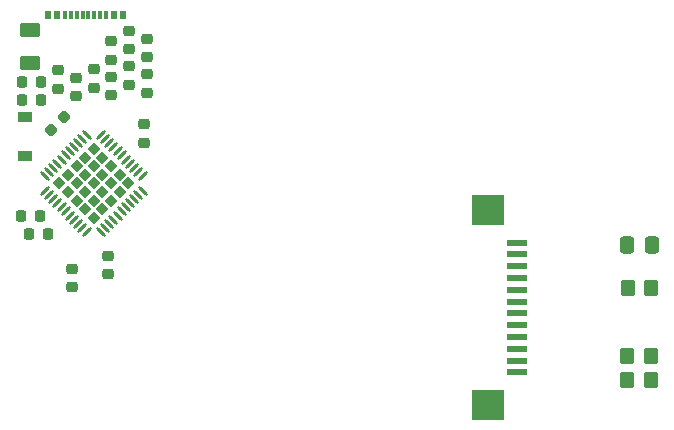
<source format=gtp>
G04 #@! TF.GenerationSoftware,KiCad,Pcbnew,(6.0.0)*
G04 #@! TF.CreationDate,2021-12-27T00:15:52+08:00*
G04 #@! TF.ProjectId,Alvaro v2,416c7661-726f-4207-9632-2e6b69636164,rev?*
G04 #@! TF.SameCoordinates,Original*
G04 #@! TF.FileFunction,Paste,Top*
G04 #@! TF.FilePolarity,Positive*
%FSLAX46Y46*%
G04 Gerber Fmt 4.6, Leading zero omitted, Abs format (unit mm)*
G04 Created by KiCad (PCBNEW (6.0.0)) date 2021-12-27 00:15:52*
%MOMM*%
%LPD*%
G01*
G04 APERTURE LIST*
G04 Aperture macros list*
%AMRoundRect*
0 Rectangle with rounded corners*
0 $1 Rounding radius*
0 $2 $3 $4 $5 $6 $7 $8 $9 X,Y pos of 4 corners*
0 Add a 4 corners polygon primitive as box body*
4,1,4,$2,$3,$4,$5,$6,$7,$8,$9,$2,$3,0*
0 Add four circle primitives for the rounded corners*
1,1,$1+$1,$2,$3*
1,1,$1+$1,$4,$5*
1,1,$1+$1,$6,$7*
1,1,$1+$1,$8,$9*
0 Add four rect primitives between the rounded corners*
20,1,$1+$1,$2,$3,$4,$5,0*
20,1,$1+$1,$4,$5,$6,$7,0*
20,1,$1+$1,$6,$7,$8,$9,0*
20,1,$1+$1,$8,$9,$2,$3,0*%
%AMHorizOval*
0 Thick line with rounded ends*
0 $1 width*
0 $2 $3 position (X,Y) of the first rounded end (center of the circle)*
0 $4 $5 position (X,Y) of the second rounded end (center of the circle)*
0 Add line between two ends*
20,1,$1,$2,$3,$4,$5,0*
0 Add two circle primitives to create the rounded ends*
1,1,$1,$2,$3*
1,1,$1,$4,$5*%
%AMRotRect*
0 Rectangle, with rotation*
0 The origin of the aperture is its center*
0 $1 length*
0 $2 width*
0 $3 Rotation angle, in degrees counterclockwise*
0 Add horizontal line*
21,1,$1,$2,0,0,$3*%
G04 Aperture macros list end*
%ADD10R,0.600000X0.800000*%
%ADD11R,0.300000X0.800000*%
%ADD12RoundRect,0.218750X-0.218750X-0.256250X0.218750X-0.256250X0.218750X0.256250X-0.218750X0.256250X0*%
%ADD13RoundRect,0.218750X0.256250X-0.218750X0.256250X0.218750X-0.256250X0.218750X-0.256250X-0.218750X0*%
%ADD14R,1.200000X0.900000*%
%ADD15RoundRect,0.218750X-0.256250X0.218750X-0.256250X-0.218750X0.256250X-0.218750X0.256250X0.218750X0*%
%ADD16RotRect,0.830000X0.830000X315.000000*%
%ADD17HorizOval,0.300000X0.282843X-0.282843X-0.282843X0.282843X0*%
%ADD18HorizOval,0.300000X0.282843X0.282843X-0.282843X-0.282843X0*%
%ADD19RoundRect,0.218750X0.218750X0.256250X-0.218750X0.256250X-0.218750X-0.256250X0.218750X-0.256250X0*%
%ADD20RoundRect,0.250000X0.625000X-0.375000X0.625000X0.375000X-0.625000X0.375000X-0.625000X-0.375000X0*%
%ADD21RoundRect,0.218750X0.026517X-0.335876X0.335876X-0.026517X-0.026517X0.335876X-0.335876X0.026517X0*%
%ADD22RoundRect,0.250000X0.337500X0.475000X-0.337500X0.475000X-0.337500X-0.475000X0.337500X-0.475000X0*%
%ADD23RoundRect,0.250000X-0.350000X-0.450000X0.350000X-0.450000X0.350000X0.450000X-0.350000X0.450000X0*%
%ADD24RoundRect,0.250000X0.350000X0.450000X-0.350000X0.450000X-0.350000X-0.450000X0.350000X-0.450000X0*%
%ADD25R,1.700000X0.600000*%
%ADD26R,2.800000X2.500000*%
G04 APERTURE END LIST*
D10*
X71092000Y-20920000D03*
X77492000Y-20920000D03*
X71892000Y-20920000D03*
X76692000Y-20920000D03*
D11*
X75542000Y-20920000D03*
X74542000Y-20920000D03*
X74042000Y-20920000D03*
X73042000Y-20920000D03*
X72542000Y-20920000D03*
X73542000Y-20920000D03*
X75042000Y-20920000D03*
X76042000Y-20920000D03*
D12*
X69504500Y-39470000D03*
X71079500Y-39470000D03*
D13*
X73142000Y-44007500D03*
X73142000Y-42432500D03*
X71992000Y-27207500D03*
X71992000Y-25632500D03*
X77992000Y-26857500D03*
X77992000Y-25282500D03*
D14*
X69192000Y-32920000D03*
X69192000Y-29620000D03*
D15*
X79492000Y-22982500D03*
X79492000Y-24557500D03*
D13*
X76492000Y-24757500D03*
X76492000Y-23182500D03*
D16*
X76448640Y-36676640D03*
X74992000Y-32306720D03*
X74263680Y-37404960D03*
X74992000Y-38133280D03*
X74263680Y-35948320D03*
X73535360Y-33763360D03*
X77176960Y-34491680D03*
X74263680Y-33035040D03*
X72078720Y-35220000D03*
X76448640Y-35220000D03*
X74263680Y-34491680D03*
X75720320Y-33035040D03*
X77905280Y-35220000D03*
X74992000Y-36676640D03*
X72807040Y-34491680D03*
X75720320Y-37404960D03*
X73535360Y-35220000D03*
X72807040Y-35948320D03*
X75720320Y-35948320D03*
X74992000Y-33763360D03*
X77176960Y-35948320D03*
X74992000Y-35220000D03*
X75720320Y-34491680D03*
X73535360Y-36676640D03*
X76448640Y-33763360D03*
D17*
X74390959Y-31083425D03*
X74037406Y-31436979D03*
X73683852Y-31790532D03*
X73330299Y-32144086D03*
X72976746Y-32497639D03*
X72623192Y-32851192D03*
X72269639Y-33204746D03*
X71916086Y-33558299D03*
X71562532Y-33911852D03*
X71208979Y-34265406D03*
X70855425Y-34618959D03*
D18*
X70855425Y-35821041D03*
X71208979Y-36174594D03*
X71562532Y-36528148D03*
X71916086Y-36881701D03*
X72269639Y-37235254D03*
X72623192Y-37588808D03*
X72976746Y-37942361D03*
X73330299Y-38295914D03*
X73683852Y-38649468D03*
X74037406Y-39003021D03*
X74390959Y-39356575D03*
D17*
X75593041Y-39356575D03*
X75946594Y-39003021D03*
X76300148Y-38649468D03*
X76653701Y-38295914D03*
X77007254Y-37942361D03*
X77360808Y-37588808D03*
X77714361Y-37235254D03*
X78067914Y-36881701D03*
X78421468Y-36528148D03*
X78775021Y-36174594D03*
X79128575Y-35821041D03*
D18*
X79128575Y-34618959D03*
X78775021Y-34265406D03*
X78421468Y-33911852D03*
X78067914Y-33558299D03*
X77714361Y-33204746D03*
X77360808Y-32851192D03*
X77007254Y-32497639D03*
X76653701Y-32144086D03*
X76300148Y-31790532D03*
X75946594Y-31436979D03*
X75593041Y-31083425D03*
D19*
X70529500Y-28170000D03*
X68954500Y-28170000D03*
D13*
X79492000Y-27557500D03*
X79492000Y-25982500D03*
D15*
X79242000Y-30220000D03*
X79242000Y-31795000D03*
X76217000Y-41332500D03*
X76217000Y-42907500D03*
D13*
X77992000Y-23857500D03*
X77992000Y-22282500D03*
D20*
X69562000Y-25020000D03*
X69562000Y-22220000D03*
D21*
X71385153Y-30676847D03*
X72498847Y-29563153D03*
D19*
X70529500Y-26670000D03*
X68954500Y-26670000D03*
D13*
X76492000Y-27757500D03*
X76492000Y-26182500D03*
D19*
X70429500Y-37970000D03*
X68854500Y-37970000D03*
D13*
X74992000Y-27107500D03*
X74992000Y-25532500D03*
D15*
X73492000Y-26282500D03*
X73492000Y-27857500D03*
D22*
X122222500Y-40460000D03*
X120147500Y-40460000D03*
D23*
X120155000Y-51870000D03*
X122155000Y-51870000D03*
X120215000Y-44080000D03*
X122215000Y-44080000D03*
D24*
X122135000Y-49830000D03*
X120135000Y-49830000D03*
D25*
X110795000Y-51230000D03*
X110795000Y-50230000D03*
X110795000Y-49230000D03*
X110795000Y-48230000D03*
X110795000Y-47230000D03*
X110795000Y-46230000D03*
X110795000Y-45230000D03*
X110795000Y-44230000D03*
X110795000Y-43230000D03*
X110795000Y-42230000D03*
X110795000Y-41230000D03*
X110795000Y-40230000D03*
D26*
X108345000Y-53980000D03*
X108345000Y-37480000D03*
M02*

</source>
